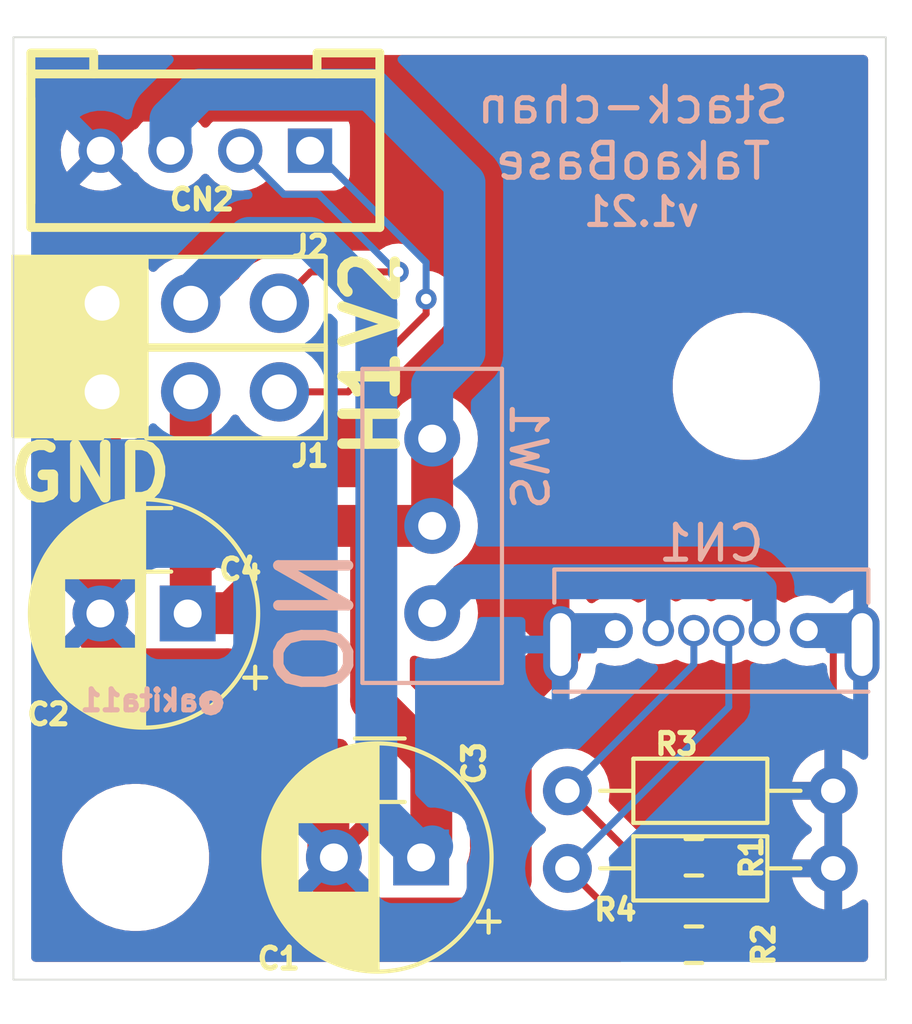
<source format=kicad_pcb>
(kicad_pcb (version 20211014) (generator pcbnew)
  (layers (0 "F.Cu" signal) (31 "B.Cu" signal) (34 "B.Paste" user) (35 "F.Paste" user) (36 "B.SilkS" user "B.Silkscreen") (37 "F.SilkS" user "F.Silkscreen") (38 "B.Mask" user) (39 "F.Mask" user) (44 "Edge.Cuts" user))
  (net 0 "")
  (net 1 "+5V")
  (net 2 "GND")
  (net 3 "/SV1")
  (net 4 "/SV2")
  (net 5 "Net-(CN1-PadA5)")
  (net 6 "Net-(CN1-PadA9)")
  (net 7 "Net-(CN1-PadB5)")
  (footprint "akita:CON_GROVE_V" (layer "F.Cu") (at 5.5 3.25 180)
    (fp_text reference "CN2" (at -0.9 -1.75 180) (layer "F.SilkS") (effects (font (size 0.6 0.6)) (justify right bottom)))
    (fp_text value "CON_GROVE")
    (fp_line (start -5 -2.2) (end 5 -2.2) (layer "F.SilkS") (width 0.254))
    (fp_line (start 3.2 2.8) (end 5 2.8) (layer "F.SilkS") (width 0.254))
    (fp_line (start -3.2 2.2) (end 3.2 2.2) (layer "F.SilkS") (width 0.254))
    (fp_line (start 3.2 2.2) (end 3.2 2.8) (layer "F.SilkS") (width 0.254))
    (fp_line (start -5 2.2) (end -5 2.8) (layer "F.SilkS") (width 0.254))
    (fp_line (start -3.2 2.8) (end -3.2 2.2) (layer "F.SilkS") (width 0.254))
    (fp_line (start 5 -1.5) (end 5 1.5) (layer "F.SilkS") (width 0.254))
    (fp_line (start -5 -2.2) (end -5 2.2) (layer "F.SilkS") (width 0.254))
    (fp_line (start -5 2.8) (end -3.2 2.8) (layer "F.SilkS") (width 0.254))
    (fp_line (start 5 2.8) (end 5 2.2) (layer "F.SilkS") (width 0.254))
    (fp_line (start -5 2.2) (end -3.2 2.2) (layer "F.SilkS") (width 0.254))
    (fp_line (start 5 2.2) (end 5 -2.2) (layer "F.SilkS") (width 0.254))
    (fp_line (start -5 -1) (end -5 1) (layer "F.SilkS") (width 0.127))
    (fp_line (start 3.2 2.2) (end 5 2.2) (layer "F.SilkS") (width 0.254))
    (pad "1" thru_hole rect locked (at -3 0 180) (size 1.27 1.27) (drill 0.8) (layers *.Cu *.Mask) (net 3 "/SV1"))
    (pad "2" thru_hole circle locked (at -1 0 180) (size 1.27 1.27) (drill 0.8) (layers *.Cu *.Mask) (net 4 "/SV2"))
    (pad "3" thru_hole circle locked (at 1 0 180) (size 1.27 1.27) (drill 0.8) (layers *.Cu *.Mask) (net 1 "+5V"))
    (pad "4" thru_hole circle locked (at 3 0 180) (size 1.27 1.27) (drill 0.8) (layers *.Cu *.Mask) (net 2 "GND"))
  )
  (footprint "Capacitor_SMD:C_1206_3216Metric" (layer "F.Cu") (at 10.5 21 180)
    (fp_text reference "C3" (at -2.7 0.2 90) (layer "F.SilkS") (effects (font (size 0.6 0.6))))
    (fp_text value "100u")
    (fp_line (start -0.711252 -0.91) (end 0.711252 -0.91) (layer "F.SilkS") (width 0.12))
    (fp_line (start -0.711252 0.91) (end 0.711252 0.91) (layer "F.SilkS") (width 0.12))
    (pad "1" smd roundrect locked (at -1.475 0 180) (size 1.15 1.8) (layers "F.Cu" "F.Paste" "F.Mask") (roundrect_rratio 0.2173913043) (net 1 "+5V"))
    (pad "2" smd roundrect locked (at 1.475 0 180) (size 1.15 1.8) (layers "F.Cu" "F.Paste" "F.Mask") (roundrect_rratio 0.2173913043) (net 2 "GND"))
  )
  (footprint "Connector_PinHeader_2.54mm:PinHeader_1x03_P2.54mm_Vertical" (layer "F.Cu") (at 2.54 10.16 90)
    (fp_text reference "J1" (at -1.84 5.96) (layer "F.SilkS") (effects (font (size 0.6 0.6))))
    (fp_text value "Conn_01x03")
    (fp_line (start 1.33 1.27) (end 1.33 6.41) (layer "F.SilkS") (width 0.12))
    (fp_line (start -1.33 -1.33) (end 0 -1.33) (layer "F.SilkS") (width 0.12))
    (fp_line (start -1.33 1.27) (end 1.33 1.27) (layer "F.SilkS") (width 0.12))
    (fp_line (start -1.33 6.41) (end 1.33 6.41) (layer "F.SilkS") (width 0.12))
    (fp_line (start -1.33 0) (end -1.33 -1.33) (layer "F.SilkS") (width 0.12))
    (fp_line (start -1.33 1.27) (end -1.33 6.41) (layer "F.SilkS") (width 0.12))
    (pad "1" thru_hole rect locked (at 0 0 90) (size 1.7 1.7) (drill 1) (layers *.Cu *.Mask) (net 2 "GND"))
    (pad "2" thru_hole oval locked (at 0 2.54 90) (size 1.7 1.7) (drill 1) (layers *.Cu *.Mask) (net 1 "+5V"))
    (pad "3" thru_hole oval locked (at 0 5.08 90) (size 1.7 1.7) (drill 1) (layers *.Cu *.Mask) (net 3 "/SV1"))
  )
  (footprint "Resistor_SMD:R_0603_1608Metric" (layer "F.Cu") (at 19.5 26)
    (fp_text reference "R2" (at 2 0 90) (layer "F.SilkS") (effects (font (size 0.6 0.6))))
    (fp_text value "5.1k")
    (fp_line (start -0.237258 -0.5225) (end 0.237258 -0.5225) (layer "F.SilkS") (width 0.12))
    (fp_line (start -0.237258 0.5225) (end 0.237258 0.5225) (layer "F.SilkS") (width 0.12))
    (pad "1" smd roundrect locked (at -0.825 0) (size 0.8 0.95) (layers "F.Cu" "F.Paste" "F.Mask") (net 5 "Net-(CN1-PadA5)"))
    (pad "2" smd roundrect locked (at 0.825 0) (size 0.8 0.95) (layers "F.Cu" "F.Paste" "F.Mask") (net 2 "GND"))
  )
  (footprint "Capacitor_THT:CP_Radial_D6.3mm_P2.50mm" (layer "F.Cu") (at 4.99238 16.51 180)
    (fp_text reference "C2" (at 3.99238 -2.89 180) (layer "F.SilkS") (effects (font (size 0.6 0.6))))
    (fp_text value "100u")
    (fp_line (start 3.211 1.04) (end 3.211 2.578) (layer "F.SilkS") (width 0.12))
    (fp_line (start 2.851 1.04) (end 2.851 2.812) (layer "F.SilkS") (width 0.12))
    (fp_line (start 4.251 -1.262) (end 4.251 1.262) (layer "F.SilkS") (width 0.12))
    (fp_line (start 3.131 1.04) (end 3.131 2.636) (layer "F.SilkS") (width 0.12))
    (fp_line (start 1.25 -3.23) (end 1.25 3.23) (layer "F.SilkS") (width 0.12))
    (fp_line (start 3.691 -2.137) (end 3.691 2.137) (layer "F.SilkS") (width 0.12))
    (fp_line (start 2.371 1.04) (end 2.371 3.033) (layer "F.SilkS") (width 0.12))
    (fp_line (start 2.731 1.04) (end 2.731 2.876) (layer "F.SilkS") (width 0.12))
    (fp_line (start 3.771 -2.044) (end 3.771 2.044) (layer "F.SilkS") (width 0.12))
    (fp_line (start 2.491 1.04) (end 2.491 2.986) (layer "F.SilkS") (width 0.12))
    (fp_line (start 2.371 -3.033) (end 2.371 -1.04) (layer "F.SilkS") (width 0.12))
    (fp_line (start 3.811 -1.995) (end 3.811 1.995) (layer "F.SilkS") (width 0.12))
    (fp_line (start 3.731 -2.092) (end 3.731 2.092) (layer "F.SilkS") (width 0.12))
    (fp_line (start 2.171 -3.098) (end 2.171 -1.04) (layer "F.SilkS") (width 0.12))
    (fp_line (start 1.29 -3.23) (end 1.29 3.23) (layer "F.SilkS") (width 0.12))
    (fp_line (start 1.45 -3.224) (end 1.45 3.224) (layer "F.SilkS") (width 0.12))
    (fp_line (start 1.65 1.04) (end 1.65 3.206) (layer "F.SilkS") (width 0.12))
    (fp_line (start 2.931 1.04) (end 2.931 2.766) (layer "F.SilkS") (width 0.12))
    (fp_line (start 2.691 -2.896) (end 2.691 -1.04) (layer "F.SilkS") (width 0.12))
    (fp_line (start 3.371 1.04) (end 3.371 2.45) (layer "F.SilkS") (width 0.12))
    (fp_line (start 2.611 1.04) (end 2.611 2.934) (layer "F.SilkS") (width 0.12))
    (fp_line (start 2.331 -3.047) (end 2.331 -1.04) (layer "F.SilkS") (width 0.12))
    (fp_line (start 1.57 1.04) (end 1.57 3.215) (layer "F.SilkS") (width 0.12))
    (fp_line (start 2.651 -2.916) (end 2.651 -1.04) (layer "F.SilkS") (width 0.12))
    (fp_line (start 2.131 -3.11) (end 2.131 -1.04) (layer "F.SilkS") (width 0.12))
    (fp_line (start 2.451 -3.002) (end 2.451 -1.04) (layer "F.SilkS") (width 0.12))
    (fp_line (start 3.211 -2.578) (end 3.211 -1.04) (layer "F.SilkS") (width 0.12))
    (fp_line (start 4.211 -1.35) (end 4.211 1.35) (layer "F.SilkS") (width 0.12))
    (fp_line (start 2.291 -3.061) (end 2.291 -1.04) (layer "F.SilkS") (width 0.12))
    (fp_line (start 2.331 1.04) (end 2.331 3.047) (layer "F.SilkS") (width 0.12))
    (fp_line (start 4.051 -1.65) (end 4.051 1.65) (layer "F.SilkS") (width 0.12))
    (fp_line (start 1.69 -3.201) (end 1.69 -1.04) (layer "F.SilkS") (width 0.12))
    (fp_line (start 3.651 -2.182) (end 3.651 2.182) (layer "F.SilkS") (width 0.12))
    (fp_line (start 3.131 -2.636) (end 3.131 -1.04) (layer "F.SilkS") (width 0.12))
    (fp_line (start 1.53 -3.218) (end 1.53 -1.04) (layer "F.SilkS") (width 0.12))
    (fp_line (start 1.93 1.04) (end 1.93 3.159) (layer "F.SilkS") (width 0.12))
    (fp_line (start 3.011 1.04) (end 3.011 2.716) (layer "F.SilkS") (width 0.12))
    (fp_line (start 2.091 -3.121) (end 2.091 -1.04) (layer "F.SilkS") (width 0.12))
    (fp_line (start 2.571 -2.952) (end 2.571 -1.04) (layer "F.SilkS") (width 0.12))
    (fp_line (start 2.971 -2.742) (end 2.971 -1.04) (layer "F.SilkS") (width 0.12))
    (fp_line (start 3.251 1.04) (end 3.251 2.548) (layer "F.SilkS") (width 0.12))
    (fp_line (start 4.411 -0.802) (end 4.411 0.802) (layer "F.SilkS") (width 0.12))
    (fp_line (start 2.731 -2.876) (end 2.731 -1.04) (layer "F.SilkS") (width 0.12))
    (fp_line (start 3.611 -2.224) (end 3.611 2.224) (layer "F.SilkS") (width 0.12))
    (fp_line (start 3.451 1.04) (end 3.451 2.38) (layer "F.SilkS") (width 0.12))
    (fp_line (start 1.73 1.04) (end 1.73 3.195) (layer "F.SilkS") (width 0.12))
    (fp_line (start 4.291 -1.165) (end 4.291 1.165) (layer "F.SilkS") (width 0.12))
    (fp_line (start 1.89 1.04) (end 1.89 3.167) (layer "F.SilkS") (width 0.12))
    (fp_line (start 3.291 -2.516) (end 3.291 -1.04) (layer "F.SilkS") (width 0.12))
    (fp_line (start 2.411 1.04) (end 2.411 3.018) (layer "F.SilkS") (width 0.12))
    (fp_line (start 1.77 -3.189) (end 1.77 -1.04) (layer "F.SilkS") (width 0.12))
    (fp_line (start 1.85 1.04) (end 1.85 3.175) (layer "F.SilkS") (width 0.12))
    (fp_line (start 3.051 1.04) (end 3.051 2.69) (layer "F.SilkS") (width 0.12))
    (fp_line (start 1.61 -3.211) (end 1.61 -1.04) (layer "F.SilkS") (width 0.12))
    (fp_line (start 3.491 1.04) (end 3.491 2.343) (layer "F.SilkS") (width 0.12))
    (fp_line (start 1.81 1.04) (end 1.81 3.182) (layer "F.SilkS") (width 0.12))
    (fp_line (start 3.571 -2.265) (end 3.571 2.265) (layer "F.SilkS") (width 0.12))
    (fp_line (start 3.531 -2.305) (end 3.531 -1.04) (layer "F.SilkS") (width 0.12))
    (fp_line (start 4.451 -0.633) (end 4.451 0.633) (layer "F.SilkS") (width 0.12))
    (fp_line (start 2.251 -3.074) (end 2.251 -1.04) (layer "F.SilkS") (width 0.12))
    (fp_line (start 3.971 -1.776) (end 3.971 1.776) (layer "F.SilkS") (width 0.12))
    (fp_line (start -2.250241 -1.839) (end -1.620241 -1.839) (layer "F.SilkS") (width 0.12))
    (fp_line (start 2.251 1.04) (end 2.251 3.074) (layer "F.SilkS") (width 0.12))
    (fp_line (start 1.73 -3.195) (end 1.73 -1.04) (layer "F.SilkS") (width 0.12))
    (fp_line (start 3.531 1.04) (end 3.531 2.305) (layer "F.SilkS") (width 0.12))
    (fp_line (start 3.171 1.04) (end 3.171 2.607) (layer "F.SilkS") (width 0.12))
    (fp_line (start 4.371 -0.94) (end 4.371 0.94) (layer "F.SilkS") (width 0.12))
    (fp_line (start 3.371 -2.45) (end 3.371 -1.04) (layer "F.SilkS") (width 0.12))
    (fp_line (start 1.69 1.04) (end 1.69 3.201) (layer "F.SilkS") (width 0.12))
    (fp_line (start 2.531 1.04) (end 2.531 2.97) (layer "F.SilkS") (width 0.12))
    (fp_line (start 2.891 1.04) (end 2.891 2.79) (layer "F.SilkS") (width 0.12))
    (fp_line (start 1.971 -3.15) (end 1.971 -1.04) (layer "F.SilkS") (width 0.12))
    (fp_line (start 2.211 1.04) (end 2.211 3.086) (layer "F.SilkS") (width 0.12))
    (fp_line (start 2.531 -2.97) (end 2.531 -1.04) (layer "F.SilkS") (width 0.12))
    (fp_line (start 4.331 -1.059) (end 4.331 1.059) (layer "F.SilkS") (width 0.12))
    (fp_line (start 4.091 -1.581) (end 4.091 1.581) (layer "F.SilkS") (width 0.12))
    (fp_line (start 2.171 1.04) (end 2.171 3.098) (layer "F.SilkS") (width 0.12))
    (fp_line (start 3.051 -2.69) (end 3.051 -1.04) (layer "F.SilkS") (width 0.12))
    (fp_line (start 4.011 -1.714) (end 4.011 1.714) (layer "F.SilkS") (width 0.12))
    (fp_line (start 2.971 1.04) (end 2.971 2.742) (layer "F.SilkS") (width 0.12))
    (fp_line (start 3.931 -1.834) (end 3.931 1.834) (layer "F.SilkS") (width 0.12))
    (fp_line (start 2.211 -3.086) (end 2.211 -1.04) (layer "F.SilkS") (width 0.12))
    (fp_line (start -1.935241 -2.154) (end -1.935241 -1.524) (layer "F.SilkS") (width 0.12))
    (fp_line (start 1.49 -3.222) (end 1.49 -1.04) (layer "F.SilkS") (width 0.12))
    (fp_line (start 1.41 -3.227) (end 1.41 3.227) (layer "F.SilkS") (width 0.12))
    (fp_line (start 1.89 -3.167) (end 1.89 -1.04) (layer "F.SilkS") (width 0.12))
    (fp_line (start 3.331 -2.484) (end 3.331 -1.04) (layer "F.SilkS") (width 0.12))
    (fp_line (start 3.451 -2.38) (end 3.451 -1.04) (layer "F.SilkS") (width 0.12))
    (fp_line (start 2.411 -3.018) (end 2.411 -1.04) (layer "F.SilkS") (width 0.12))
    (fp_line (start 4.131 -1.509) (end 4.131 1.509) (layer "F.SilkS") (width 0.12))
    (fp_line (start 3.251 -2.548) (end 3.251 -1.04) (layer "F.SilkS") (width 0.12))
    (fp_line (start 3.091 1.04) (end 3.091 2.664) (layer "F.SilkS") (width 0.12))
    (fp_line (start 2.131 1.04) (end 2.131 3.11) (layer "F.SilkS") (width 0.12))
    (fp_line (start 1.61 1.04) (end 1.61 3.211) (layer "F.SilkS") (width 0.12))
    (fp_line (start 3.011 -2.716) (end 3.011 -1.04) (layer "F.SilkS") (width 0.12))
    (fp_line (start 4.171 -1.432) (end 4.171 1.432) (layer "F.SilkS") (width 0.12))
    (fp_line (start 1.49 1.04) (end 1.49 3.222) (layer "F.SilkS") (width 0.12))
    (fp_line (start 1.37 -3.228) (end 1.37 3.228) (layer "F.SilkS") (width 0.12))
    (fp_line (start 3.411 1.04) (end 3.411 2.416) (layer "F.SilkS") (width 0.12))
    (fp_line (start 3.091 -2.664) (end 3.091 -1.04) (layer "F.SilkS") (width 0.12))
    (fp_line (start 4.491 -0.402) (end 4.491 0.402) (layer "F.SilkS") (width 0.12))
    (fp_line (start 2.011 -3.141) (end 2.011 -1.04) (layer "F.SilkS") (width 0.12))
    (fp_line (start 1.65 -3.206) (end 1.65 -1.04) (layer "F.SilkS") (width 0.12))
    (fp_line (start 2.051 -3.131) (end 2.051 -1.04) (layer "F.SilkS") (width 0.12))
    (fp_line (start 3.891 -1.89) (end 3.891 1.89) (layer "F.SilkS") (width 0.12))
    (fp_line (start 1.57 -3.215) (end 1.57 -1.04) (layer "F.SilkS") (width 0.12))
    (fp_line (start 1.81 -3.182) (end 1.81 -1.04) (layer "F.SilkS") (width 0.12))
    (fp_line (start 3.411 -2.416) (end 3.411 -1.04) (layer "F.SilkS") (width 0.12))
    (fp_line (start 2.451 1.04) (end 2.451 3.002) (layer "F.SilkS") (width 0.12))
    (fp_line (start 2.891 -2.79) (end 2.891 -1.04) (layer "F.SilkS") (width 0.12))
    (fp_line (start 2.011 1.04) (end 2.011 3.141) (layer "F.SilkS") (width 0.12))
    (fp_line (start 2.811 1.04) (end 2.811 2.834) (layer "F.SilkS") (width 0.12))
    (fp_line (start 2.571 1.04) (end 2.571 2.952) (layer "F.SilkS") (width 0.12))
    (fp_line (start 1.77 1.04) (end 1.77 3.189) (layer "F.SilkS") (width 0.12))
    (fp_line (start 1.85 -3.175) (end 1.85 -1.04) (layer "F.SilkS") (width 0.12))
    (fp_line (start 1.93 -3.159) (end 1.93 -1.04) (layer "F.SilkS") (width 0.12))
    (fp_line (start 2.691 1.04) (end 2.691 2.896) (layer "F.SilkS") (width 0.12))
    (fp_line (start 2.811 -2.834) (end 2.811 -1.04) (layer "F.SilkS") (width 0.12))
    (fp_line (start 3.851 -1.944) (end 3.851 1.944) (layer "F.SilkS") (width 0.12))
    (fp_line (start 2.051 1.04) (end 2.051 3.131) (layer "F.SilkS") (width 0.12))
    (fp_line (start 2.291 1.04) (end 2.291 3.061) (layer "F.SilkS") (width 0.12))
    (fp_line (start 1.53 1.04) (end 1.53 3.218) (layer "F.SilkS") (width 0.12))
    (fp_line (start 1.33 -3.23) (end 1.33 3.23) (layer "F.SilkS") (width 0.12))
    (fp_line (start 2.091 1.04) (end 2.091 3.121) (layer "F.SilkS") (width 0.12))
    (fp_line (start 2.851 -2.812) (end 2.851 -1.04) (layer "F.SilkS") (width 0.12))
    (fp_line (start 2.491 -2.986) (end 2.491 -1.04) (layer "F.SilkS") (width 0.12))
    (fp_line (start 3.291 1.04) (end 3.291 2.516) (layer "F.SilkS") (width 0.12))
    (fp_line (start 2.611 -2.934) (end 2.611 -1.04) (layer "F.SilkS") (width 0.12))
    (fp_line (start 2.771 1.04) (end 2.771 2.856) (layer "F.SilkS") (width 0.12))
    (fp_line (start 2.651 1.04) (end 2.651 2.916) (layer "F.SilkS") (width 0.12))
    (fp_line (start 2.771 -2.856) (end 2.771 -1.04) (layer "F.SilkS") (width 0.12))
    (fp_line (start 2.931 -2.766) (end 2.931 -1.04) (layer "F.SilkS") (width 0.12))
    (fp_line (start 3.331 1.04) (end 3.331 2.484) (layer "F.SilkS") (width 0.12))
    (fp_line (start 3.171 -2.607) (end 3.171 -1.04) (layer "F.SilkS") (width 0.12))
    (fp_line (start 3.491 -2.343) (end 3.491 -1.04) (layer "F.SilkS") (width 0.12))
    (fp_line (start 1.971 1.04) (end 1.971 3.15) (layer "F.SilkS") (width 0.12))
    (fp_circle (center 1.25 0) (end 4.52 0) (layer "F.SilkS") (width 0.12) (fill none))
    (pad "1" thru_hole rect locked (at 0 0 180) (size 1.6 1.6) (drill 0.8) (layers *.Cu *.Mask) (net 1 "+5V"))
    (pad "2" thru_hole circle locked (at 2.5 0 180) (size 1.6 1.6) (drill 0.8) (layers *.Cu *.Mask) (net 2 "GND"))
  )
  (footprint "MountingHole:MountingHole_3.2mm_M3" (layer "F.Cu") (at 21 10)
    (fp_text reference "REF**" hide)
    (fp_text value "MountingHole_3.2mm_M3" hide)
    (pad "" np_thru_hole circle locked (at 0 0) (size 3.2 3.2) (drill 3.2) (layers *.Cu *.Mask))
  )
  (footprint "Resistor_THT:R_Axial_DIN0204_L3.6mm_D1.6mm_P7.62mm_Horizontal" (layer "F.Cu") (at 15.875 21.59)
    (fp_text reference "R3" (at 3.125 -1.34) (layer "F.SilkS") (effects (font (size 0.6 0.6))))
    (fp_text value "5.1k")
    (fp_line (start 5.73 0.92) (end 5.73 -0.92) (layer "F.SilkS") (width 0.12))
    (fp_line (start 5.73 -0.92) (end 1.89 -0.92) (layer "F.SilkS") (width 0.12))
    (fp_line (start 0.94 0) (end 1.89 0) (layer "F.SilkS") (width 0.12))
    (fp_line (start 6.68 0) (end 5.73 0) (layer "F.SilkS") (width 0.12))
    (fp_line (start 1.89 -0.92) (end 1.89 0.92) (layer "F.SilkS") (width 0.12))
    (fp_line (start 1.89 0.92) (end 5.73 0.92) (layer "F.SilkS") (width 0.12))
    (pad "1" thru_hole circle locked (at 0 0) (size 1.4 1.4) (drill 0.7) (layers *.Cu *.Mask) (net 7 "Net-(CN1-PadB5)"))
    (pad "2" thru_hole oval locked (at 7.62 0) (size 1.4 1.4) (drill 0.7) (layers *.Cu *.Mask) (net 2 "GND"))
  )
  (footprint "MountingHole:MountingHole_3.2mm_M3" (layer "F.Cu") (at 3.5 23.5)
    (fp_text reference "REF**" hide)
    (fp_text value "MountingHole_3.2mm_M3" hide)
    (pad "" np_thru_hole circle locked (at 0 0) (size 3.2 3.2) (drill 3.2) (layers *.Cu *.Mask))
  )
  (footprint "Resistor_THT:R_Axial_DIN0204_L3.6mm_D1.6mm_P7.62mm_Horizontal" (layer "F.Cu") (at 15.875 23.8125)
    (fp_text reference "R4" (at 1.375 1.1875 180) (layer "F.SilkS") (effects (font (size 0.6 0.6))))
    (fp_text value "5.1k")
    (fp_line (start 5.73 0.92) (end 5.73 -0.92) (layer "F.SilkS") (width 0.12))
    (fp_line (start 0.94 0) (end 1.89 0) (layer "F.SilkS") (width 0.12))
    (fp_line (start 6.68 0) (end 5.73 0) (layer "F.SilkS") (width 0.12))
    (fp_line (start 1.89 -0.92) (end 1.89 0.92) (layer "F.SilkS") (width 0.12))
    (fp_line (start 1.89 0.92) (end 5.73 0.92) (layer "F.SilkS") (width 0.12))
    (fp_line (start 5.73 -0.92) (end 1.89 -0.92) (layer "F.SilkS") (width 0.12))
    (pad "1" thru_hole circle locked (at 0 0) (size 1.4 1.4) (drill 0.7) (layers *.Cu *.Mask) (net 5 "Net-(CN1-PadA5)"))
    (pad "2" thru_hole oval locked (at 7.62 0) (size 1.4 1.4) (drill 0.7) (layers *.Cu *.Mask) (net 2 "GND"))
  )
  (footprint "Capacitor_SMD:C_1206_3216Metric" (layer "F.Cu") (at 3.81 14.4 180)
    (fp_text reference "C4" (at -2.69 -0.85) (layer "F.SilkS") (effects (font (size 0.6 0.6))))
    (fp_text value "100u")
    (fp_line (start -0.711252 -0.91) (end 0.711252 -0.91) (layer "F.SilkS") (width 0.12))
    (fp_line (start -0.711252 0.91) (end 0.711252 0.91) (layer "F.SilkS") (width 0.12))
    (pad "1" smd roundrect locked (at -1.475 0 180) (size 1.15 1.8) (layers "F.Cu" "F.Paste" "F.Mask") (roundrect_rratio 0.2173913043) (net 1 "+5V"))
    (pad "2" smd roundrect locked (at 1.475 0 180) (size 1.15 1.8) (layers "F.Cu" "F.Paste" "F.Mask") (roundrect_rratio 0.2173913043) (net 2 "GND"))
  )
  (footprint "Capacitor_THT:CP_Radial_D6.3mm_P2.50mm" (layer "F.Cu") (at 11.68238 23.5 180)
    (fp_text reference "C1" (at 4.08238 -2.9) (layer "F.SilkS") (effects (font (size 0.6 0.6))))
    (fp_text value "100u")
    (fp_line (start 2.651 1.04) (end 2.651 2.916) (layer "F.SilkS") (width 0.12))
    (fp_line (start 1.69 -3.201) (end 1.69 -1.04) (layer "F.SilkS") (width 0.12))
    (fp_line (start 2.891 -2.79) (end 2.891 -1.04) (layer "F.SilkS") (width 0.12))
    (fp_line (start 1.61 1.04) (end 1.61 3.211) (layer "F.SilkS") (width 0.12))
    (fp_line (start 1.85 -3.175) (end 1.85 -1.04) (layer "F.SilkS") (width 0.12))
    (fp_line (start 3.091 -2.664) (end 3.091 -1.04) (layer "F.SilkS") (width 0.12))
    (fp_line (start 4.331 -1.059) (end 4.331 1.059) (layer "F.SilkS") (width 0.12))
    (fp_line (start 3.611 -2.224) (end 3.611 2.224) (layer "F.SilkS") (width 0.12))
    (fp_line (start 2.851 -2.812) (end 2.851 -1.04) (layer "F.SilkS") (width 0.12))
    (fp_line (start 2.691 1.04) (end 2.691 2.896) (layer "F.SilkS") (width 0.12))
    (fp_line (start 3.771 -2.044) (end 3.771 2.044) (layer "F.SilkS") (width 0.12))
    (fp_line (start 2.171 1.04) (end 2.171 3.098) (layer "F.SilkS") (width 0.12))
    (fp_line (start 3.371 -2.45) (end 3.371 -1.04) (layer "F.SilkS") (width 0.12))
    (fp_line (start 1.61 -3.211) (end 1.61 -1.04) (layer "F.SilkS") (width 0.12))
    (fp_line (start 2.091 -3.121) (end 2.091 -1.04) (layer "F.SilkS") (width 0.12))
    (fp_line (start 2.291 -3.061) (end 2.291 -1.04) (layer "F.SilkS") (width 0.12))
    (fp_line (start 3.091 1.04) (end 3.091 2.664) (layer "F.SilkS") (width 0.12))
    (fp_line (start 1.73 -3.195) (end 1.73 -1.04) (layer "F.SilkS") (width 0.12))
    (fp_line (start 3.251 -2.548) (end 3.251 -1.04) (layer "F.SilkS") (width 0.12))
    (fp_line (start 2.891 1.04) (end 2.891 2.79) (layer "F.SilkS") (width 0.12))
    (fp_line (start 2.491 1.04) (end 2.491 2.986) (layer "F.SilkS") (width 0.12))
    (fp_line (start 1.65 1.04) (end 1.65 3.206) (layer "F.SilkS") (width 0.12))
    (fp_line (start 1.77 1.04) (end 1.77 3.189) (layer "F.SilkS") (width 0.12))
    (fp_line (start 4.091 -1.581) (end 4.091 1.581) (layer "F.SilkS") (width 0.12))
    (fp_line (start 4.171 -1.432) (end 4.171 1.432) (layer "F.SilkS") (width 0.12))
    (fp_line (start 2.051 1.04) (end 2.051 3.131) (layer "F.SilkS") (width 0.12))
    (fp_line (start 2.411 1.04) (end 2.411 3.018) (layer "F.SilkS") (width 0.12))
    (fp_line (start 3.211 1.04) (end 3.211 2.578) (layer "F.SilkS") (width 0.12))
    (fp_line (start 4.411 -0.802) (end 4.411 0.802) (layer "F.SilkS") (width 0.12))
    (fp_line (start 1.93 -3.159) (end 1.93 -1.04) (layer "F.SilkS") (width 0.12))
    (fp_line (start 2.731 -2.876) (end 2.731 -1.04) (layer "F.SilkS") (width 0.12))
    (fp_line (start 3.531 1.04) (end 3.531 2.305) (layer "F.SilkS") (width 0.12))
    (fp_line (start 4.251 -1.262) (end 4.251 1.262) (layer "F.SilkS") (width 0.12))
    (fp_line (start 3.651 -2.182) (end 3.651 2.182) (layer "F.SilkS") (width 0.12))
    (fp_line (start 2.771 -2.856) (end 2.771 -1.04) (layer "F.SilkS") (width 0.12))
    (fp_line (start 4.131 -1.509) (end 4.131 1.509) (layer "F.SilkS") (width 0.12))
    (fp_line (start 2.091 1.04) (end 2.091 3.121) (layer "F.SilkS") (width 0.12))
    (fp_line (start 2.971 -2.742) (end 2.971 -1.04) (layer "F.SilkS") (width 0.12))
    (fp_line (start 3.411 1.04) (end 3.411 2.416) (layer "F.SilkS") (width 0.12))
    (fp_line (start 1.57 -3.215) (end 1.57 -1.04) (layer "F.SilkS") (width 0.12))
    (fp_line (start 2.491 -2.986) (end 2.491 -1.04) (layer "F.SilkS") (width 0.12))
    (fp_line (start 2.131 -3.11) (end 2.131 -1.04) (layer "F.SilkS") (width 0.12))
    (fp_line (start 2.971 1.04) (end 2.971 2.742) (layer "F.SilkS") (width 0.12))
    (fp_line (start 3.571 -2.265) (end 3.571 2.265) (layer "F.SilkS") (width 0.12))
    (fp_line (start 3.171 -2.607) (end 3.171 -1.04) (layer "F.SilkS") (width 0.12))
    (fp_line (start 2.171 -3.098) (end 2.171 -1.04) (layer "F.SilkS") (width 0.12))
    (fp_line (start 1.81 -3.182) (end 1.81 -1.04) (layer "F.SilkS") (width 0.12))
    (fp_line (start 3.971 -1.776) (end 3.971 1.776) (layer "F.SilkS") (width 0.12))
    (fp_line (start 2.691 -2.896) (end 2.691 -1.04) (layer "F.SilkS") (width 0.12))
    (fp_line (start 2.011 -3.141) (end 2.011 -1.04) (layer "F.SilkS") (width 0.12))
    (fp_line (start 2.931 -2.766) (end 2.931 -1.04) (layer "F.SilkS") (width 0.12))
    (fp_line (start 2.331 1.04) (end 2.331 3.047) (layer "F.SilkS") (width 0.12))
    (fp_line (start 1.65 -3.206) (end 1.65 -1.04) (layer "F.SilkS") (width 0.12))
    (fp_line (start 1.85 1.04) (end 1.85 3.175) (layer "F.SilkS") (width 0.12))
    (fp_line (start -2.250241 -1.839) (end -1.620241 -1.839) (layer "F.SilkS") (width 0.12))
    (fp_line (start 1.53 1.04) (end 1.53 3.218) (layer "F.SilkS") (width 0.12))
    (fp_line (start 3.731 -2.092) (end 3.731 2.092) (layer "F.SilkS") (width 0.12))
    (fp_line (start 3.331 -2.484) (end 3.331 -1.04) (layer "F.SilkS") (width 0.12))
    (fp_line (start 3.291 1.04) (end 3.291 2.516) (layer "F.SilkS") (width 0.12))
    (fp_line (start -1.935241 -2.154) (end -1.935241 -1.524) (layer "F.SilkS") (width 0.12))
    (fp_line (start 3.011 1.04) (end 3.011 2.716) (layer "F.SilkS") (width 0.12))
    (fp_line (start 3.171 1.04) (end 3.171 2.607) (layer "F.SilkS") (width 0.12))
    (fp_line (start 2.651 -2.916) (end 2.651 -1.04) (layer "F.SilkS") (width 0.12))
    (fp_line (start 3.211 -2.578) (end 3.211 -1.04) (layer "F.SilkS") (width 0.12))
    (fp_line (start 3.331 1.04) (end 3.331 2.484) (layer "F.SilkS") (width 0.12))
    (fp_line (start 2.051 -3.131) (end 2.051 -1.04) (layer "F.SilkS") (width 0.12))
    (fp_line (start 1.33 -3.23) (end 1.33 3.23) (layer "F.SilkS") (width 0.12))
    (fp_line (start 3.691 -2.137) (end 3.691 2.137) (layer "F.SilkS") (width 0.12))
    (fp_line (start 2.371 -3.033) (end 2.371 -1.04) (layer "F.SilkS") (width 0.12))
    (fp_line (start 1.53 -3.218) (end 1.53 -1.04) (layer "F.SilkS") (width 0.12))
    (fp_line (start 4.451 -0.633) (end 4.451 0.633) (layer "F.SilkS") (width 0.12))
    (fp_line (start 2.571 1.04) (end 2.571 2.952) (layer "F.SilkS") (width 0.12))
    (fp_line (start 2.531 -2.97) (end 2.531 -1.04) (layer "F.SilkS") (width 0.12))
    (fp_line (start 2.811 -2.834) (end 2.811 -1.04) (layer "F.SilkS") (width 0.12))
    (fp_line (start 3.931 -1.834) (end 3.931 1.834) (layer "F.SilkS") (width 0.12))
    (fp_line (start 4.051 -1.65) (end 4.051 1.65) (layer "F.SilkS") (width 0.12))
    (fp_line (start 2.371 1.04) (end 2.371 3.033) (layer "F.SilkS") (width 0.12))
    (fp_line (start 3.451 -2.38) (end 3.451 -1.04) (layer "F.SilkS") (width 0.12))
    (fp_line (start 1.49 1.04) (end 1.49 3.222) (layer "F.SilkS") (width 0.12))
    (fp_line (start 3.531 -2.305) (end 3.531 -1.04) (layer "F.SilkS") (width 0.12))
    (fp_line (start 3.131 1.04) (end 3.131 2.636) (layer "F.SilkS") (width 0.12))
    (fp_line (start 3.131 -2.636) (end 3.131 -1.04) (layer "F.SilkS") (width 0.12))
    (fp_line (start 3.051 -2.69) (end 3.051 -1.04) (layer "F.SilkS") (width 0.12))
    (fp_line (start 2.571 -2.952) (end 2.571 -1.04) (layer "F.SilkS") (width 0.12))
    (fp_line (start 1.971 1.04) (end 1.971 3.15) (layer "F.SilkS") (width 0.12))
    (fp_line (start 3.891 -1.89) (end 3.891 1.89) (layer "F.SilkS") (width 0.12))
    (fp_line (start 1.41 -3.227) (end 1.41 3.227) (layer "F.SilkS") (width 0.12))
    (fp_line (start 2.771 1.04) (end 2.771 2.856) (layer "F.SilkS") (width 0.12))
    (fp_line (start 3.491 -2.343) (end 3.491 -1.04) (layer "F.SilkS") (width 0.12))
    (fp_line (start 1.89 -3.167) (end 1.89 -1.04) (layer "F.SilkS") (width 0.12))
    (fp_line (start 2.291 1.04) (end 2.291 3.061) (layer "F.SilkS") (width 0.12))
    (fp_line (start 1.93 1.04) (end 1.93 3.159) (layer "F.SilkS") (width 0.12))
    (fp_line (start 1.89 1.04) (end 1.89 3.167) (layer "F.SilkS") (width 0.12))
    (fp_line (start 2.331 -3.047) (end 2.331 -1.04) (layer "F.SilkS") (width 0.12))
    (fp_line (start 2.251 -3.074) (end 2.251 -1.04) (layer "F.SilkS") (width 0.12))
    (fp_line (start 1.37 -3.228) (end 1.37 3.228) (layer "F.SilkS") (width 0.12))
    (fp_line (start 2.131 1.04) (end 2.131 3.11) (layer "F.SilkS") (width 0.12))
    (fp_line (start 4.011 -1.714) (end 4.011 1.714) (layer "F.SilkS") (width 0.12))
    (fp_line (start 1.81 1.04) (end 1.81 3.182) (layer "F.SilkS") (width 0.12))
    (fp_line (start 1.49 -3.222) (end 1.49 -1.04) (layer "F.SilkS") (width 0.12))
    (fp_line (start 1.971 -3.15) (end 1.971 -1.04) (layer "F.SilkS") (width 0.12))
    (fp_line (start 2.931 1.04) (end 2.931 2.766) (layer "F.SilkS") (width 0.12))
    (fp_line (start 3.811 -1.995) (end 3.811 1.995) (layer "F.SilkS") (width 0.12))
    (fp_line (start 1.45 -3.224) (end 1.45 3.224) (layer "F.SilkS") (width 0.12))
    (fp_line (start 2.451 1.04) (end 2.451 3.002) (layer "F.SilkS") (width 0.12))
    (fp_line (start 2.251 1.04) (end 2.251 3.074) (layer "F.SilkS") (width 0.12))
    (fp_line (start 3.371 1.04) (end 3.371 2.45) (layer "F.SilkS") (width 0.12))
    (fp_line (start 3.411 -2.416) (end 3.411 -1.04) (layer "F.SilkS") (width 0.12))
    (fp_line (start 3.051 1.04) (end 3.051 2.69) (layer "F.SilkS") (width 0.12))
    (fp_line (start 4.371 -0.94) (end 4.371 0.94) (layer "F.SilkS") (width 0.12))
    (fp_line (start 1.25 -3.23) (end 1.25 3.23) (layer "F.SilkS") (width 0.12))
    (fp_line (start 1.29 -3.23) (end 1.29 3.23) (layer "F.SilkS") (width 0.12))
    (fp_line (start 1.77 -3.189) (end 1.77 -1.04) (layer "F.SilkS") (width 0.12))
    (fp_line (start 1.73 1.04) (end 1.73 3.195) (layer "F.SilkS") (width 0.12))
    (fp_line (start 4.211 -1.35) (end 4.211 1.35) (layer "F.SilkS") (width 0.12))
    (fp_line (start 2.611 1.04) (end 2.611 2.934) (layer "F.SilkS") (width 0.12))
    (fp_line (start 2.011 1.04) (end 2.011 3.141) (layer "F.SilkS") (width 0.12))
    (fp_line (start 2.851 1.04) (end 2.851 2.812) (layer "F.SilkS") (width 0.12))
    (fp_line (start 4.291 -1.165) (end 4.291 1.165) (layer "F.SilkS") (width 0.12))
    (fp_line (start 2.611 -2.934) (end 2.611 -1.04) (layer "F.SilkS") (width 0.12))
    (fp_line (start 1.57 1.04) (end 1.57 3.215) (layer "F.SilkS") (width 0.12))
    (fp_line (start 2.211 -3.086) (end 2.211 -1.04) (layer "F.SilkS") (width 0.12))
    (fp_line (start 2.531 1.04) (end 2.531 2.97) (layer "F.SilkS") (width 0.12))
    (fp_line (start 2.411 -3.018) (end 2.411 -1.04) (layer "F.SilkS") (width 0.12))
    (fp_line (start 3.291 -2.516) (end 3.291 -1.04) (layer "F.SilkS") (width 0.12))
    (fp_line (start 2.451 -3.002) (end 2.451 -1.04) (layer "F.SilkS") (width 0.12))
    (fp_line (start 1.69 1.04) (end 1.69 3.201) (layer "F.SilkS") (width 0.12))
    (fp_line (start 3.251 1.04) (end 3.251 2.548) (layer "F.SilkS") (width 0.12))
    (fp_line (start 3.491 1.04) (end 3.491 2.343) (layer "F.SilkS") (width 0.12))
    (fp_line (start 2.731 1.04) (end 2.731 2.876) (layer "F.SilkS") (width 0.12))
    (fp_line (start 3.451 1.04) (end 3.451 2.38) (layer "F.SilkS") (width 0.12))
    (fp_line (start 3.851 -1.944) (end 3.851 1.944) (layer "F.SilkS") (width 0.12))
    (fp_line (start 2.811 1.04) (end 2.811 2.834) (layer "F.SilkS") (width 0.12))
    (fp_line (start 2.211 1.04) (end 2.211 3.086) (layer "F.SilkS") (width 0.12))
    (fp_line (start 3.011 -2.716) (end 3.011 -1.04) (layer "F.SilkS") (width 0.12))
    (fp_line (start 4.491 -0.402) (end 4.491 0.402) (layer "F.SilkS") (width 0.12))
    (fp_circle (center 1.25 0) (end 4.52 0) (layer "F.SilkS") (width 0.12) (fill none))
    (pad "1" thru_hole rect locked (at 0 0 180) (size 1.6 1.6) (drill 0.8) (layers *.Cu *.Mask) (net 1 "+5V"))
    (pad "2" thru_hole circle locked (at 2.5 0 180) (size 1.6 1.6) (drill 0.8) (layers *.Cu *.Mask) (net 2 "GND"))
  )
  (footprint "Resistor_SMD:R_0603_1608Metric" (layer "F.Cu") (at 19.5 23.495)
    (fp_text reference "R1" (at 1.65 0.005 90) (layer "F.SilkS") (effects (font (size 0.6 0.6))))
    (fp_text value "5.1k")
    (fp_line (start -0.237258 -0.5225) (end 0.237258 -0.5225) (layer "F.SilkS") (width 0.12))
    (fp_line (start -0.237258 0.5225) (end 0.237258 0.5225) (layer "F.SilkS") (width 0.12))
    (pad "1" smd roundrect locked (at -0.825 0) (size 0.8 0.95) (layers "F.Cu" "F.Paste" "F.Mask") (net 7 "Net-(CN1-PadB5)"))
    (pad "2" smd roundrect locked (at 0.825 0) (size 0.8 0.95) (layers "F.Cu" "F.Paste" "F.Mask") (net 2 "GND"))
  )
  (footprint "Connector_PinHeader_2.54mm:PinHeader_1x03_P2.54mm_Vertical" (layer "F.Cu") (at 2.54 7.62 90)
    (fp_text reference "J2" (at 1.62 5.96 180) (layer "F.SilkS") (effects (font (size 0.6 0.6))))
    (fp_text value "Conn_01x03")
    (fp_line (start -1.33 1.27) (end -1.33 6.41) (layer "F.SilkS") (width 0.12))
    (fp_line (start -1.33 6.41) (end 1.33 6.41) (layer "F.SilkS") (width 0.12))
    (fp_line (start -1.33 1.27) (end 1.33 1.27) (layer "F.SilkS") (width 0.12))
    (fp_line (start -1.33 0) (end -1.33 -1.33) (layer "F.SilkS") (width 0.12))
    (fp_line (start 1.33 1.27) (end 1.33 6.41) (layer "F.SilkS") (width 0.12))
    (fp_line (start -1.33 -1.33) (end 0 -1.33) (layer "F.SilkS") (width 0.12))
    (pad "1" thru_hole rect locked (at 0 0 90) (size 1.7 1.7) (drill 1) (layers *.Cu *.Mask) (net 2 "GND"))
    (pad "2" thru_hole oval locked (at 0 2.54 90) (size 1.7 1.7) (drill 1) (layers *.Cu *.Mask) (net 1 "+5V"))
    (pad "3" thru_hole oval locked (at 0 5.08 90) (size 1.7 1.7) (drill 1) (layers *.Cu *.Mask) (net 4 "/SV2"))
  )
  (footprint "akita:SW_SPDT_9x4mm_W2.5mm" (layer "B.Cu") (at 12 14 90)
    (fp_text reference "SW1" (at 2 2.75 270 unlocked) (layer "B.SilkS") (effects (justify mirror)))
    (fp_text value "SW_SPDT")
    (fp_line (start 4.5 2) (end 4.5 -2) (layer "B.SilkS") (width 0.12))
    (fp_line (start -4.5 -2) (end -4.5 2) (layer "B.SilkS") (width 0.12))
    (fp_line (start 4.5 -2) (end -4.5 -2) (layer "B.SilkS") (width 0.12))
    (fp_line (start -4.5 2) (end 4.5 2) (layer "B.SilkS") (width 0.12))
    (pad "1" thru_hole circle (at -2.5 0 90) (size 1.6 1.6) (drill 0.8) (layers *.Cu *.Mask) (net 6 "Net-(CN1-PadA9)"))
    (pad "2" thru_hole circle (at 0 0 90) (size 1.6 1.6) (drill 0.8) (layers *.Cu *.Mask) (net 1 "+5V"))
    (pad "3" thru_hole circle (at 2.5 0 90) (size 1.6 1.6) (drill 0.8) (layers *.Cu *.Mask) (net 1 "+5V"))
  )
  (footprint "akita:USB-C_6P_V_TH2" (layer "B.Cu") (at 20 17 180)
    (fp_text reference "CN1" (at 0 2.5 unlocked) (layer "B.SilkS") (effects (justify mirror)))
    (fp_text value "CON_USB-C-6")
    (fp_line (start -4.5 1.75) (end -4.5 0.8) (layer "B.SilkS") (width 0.12))
    (fp_line (start -4.5 -1.75) (end 4.5 -1.75) (layer "B.SilkS") (width 0.12))
    (fp_line (start 4.5 1.75) (end 4.5 0.8) (layer "B.SilkS") (width 0.12))
    (fp_line (start -4.5 1.75) (end 4.5 1.75) (layer "B.SilkS") (width 0.12))
    (pad "A5" thru_hole circle (at -0.5 0 180) (size 0.9 0.9) (drill 0.6) (layers *.Cu *.Mask) (net 5 "Net-(CN1-PadA5)"))
    (pad "A9" thru_hole circle (at -1.52 0 180) (size 0.9 0.9) (drill 0.6) (layers *.Cu *.Mask) (net 6 "Net-(CN1-PadA9)"))
    (pad "A12" thru_hole circle (at -2.75 0 180) (size 1 1) (drill 0.6) (layers *.Cu *.Mask) (net 2 "GND"))
    (pad "B5" thru_hole circle (at 0.5 0 180) (size 0.9 0.9) (drill 0.6) (layers *.Cu *.Mask) (net 7 "Net-(CN1-PadB5)"))
    (pad "B9" thru_hole circle (at 1.52 0 180) (size 0.9 0.9) (drill 0.6) (layers *.Cu *.Mask) (net 6 "Net-(CN1-PadA9)"))
    (pad "B12" thru_hole circle (at 2.75 0 180) (size 1 1) (drill 0.6) (layers *.Cu *.Mask) (net 2 "GND"))
    (pad "FG" thru_hole oval (at 4.32 -0.4 180) (size 1 2.2) (drill oval 0.6 1.8) (layers *.Cu *.Mask) (net 2 "GND"))
    (pad "FG" thru_hole oval (at -4.32 -0.4 180) (size 1 2.2) (drill oval 0.6 1.8) (layers *.Cu *.Mask) (net 2 "GND"))
  )
  (gr_rect (start 3.81 6.29) (end 0 11.43) (layer "F.SilkS") (width 0.12) (fill solid))
  (gr_line (start 0 27) (end 25 27) (layer "Edge.Cuts") (width 0.05))
  (gr_line (start 0 0) (end 0 27) (layer "Edge.Cuts") (width 0.05))
  (gr_line (start 25 27) (end 25 0) (layer "Edge.Cuts") (width 0.05))
  (gr_line (start 0 0) (end 25 0) (layer "Edge.Cuts") (width 0.05))
  (gr_text "v1.21" (at 18 5) (layer "B.SilkS") (effects (font (size 0.8 0.8)) (justify mirror)))
  (gr_text "Stack-chan\nTakaoBase" (at 17.75 2.75) (layer "B.SilkS") (effects (font (size 1 1)) (justify mirror)))
  (gr_text "@akita11" (at 4 19) (layer "B.SilkS") (effects (font (size 0.6 0.6)) (justify mirror)))
  (gr_text "ON" (at 8.5 16.75 -90) (layer "B.SilkS") (effects (font (size 2 2) (thickness 0.3)) (justify mirror)))
  (gr_text "V2\n" (at 10.25 7.5 90) (layer "F.SilkS") (effects (font (size 1.5 1.5) (thickness 0.3))))
  (gr_text "H1" (at 10.25 10.5 90) (layer "F.SilkS") (effects (font (size 1.5 1.5) (thickness 0.3))))
  (gr_text "GND" (at 2.2 12.5) (layer "F.SilkS") (effects (font (size 1.5 1.5) (thickness 0.3))))
  (segment (start 11.975 23.20738) (end 11.68238 23.5) (width 1.2) (layer "F.Cu") (net 1))
  (segment (start 11.68238 21.29262) (end 11.68238 23.5) (width 0.4) (layer "F.Cu") (net 1))
  (segment (start 10.25 19) (end 10.25 14) (width 1.2) (layer "F.Cu") (net 1))
  (segment (start 12 14) (end 8.75 14) (width 1.2) (layer "F.Cu") (net 1))
  (segment (start 11.975 21) (end 11.975 23.20738) (width 1.2) (layer "F.Cu") (net 1))
  (segment (start 6.25 16.5) (end 5.25 16.5) (width 1.2) (layer "F.Cu") (net 1))
  (segment (start 11.975 21) (end 11.975 20.725) (width 1.2) (layer "F.Cu") (net 1))
  (segment (start 11.975 21) (end 11.975 20.475) (width 1.2) (layer "F.Cu") (net 1))
  (segment (start 5.08 10.16) (end 5.08 16.42) (width 1.2) (layer "F.Cu") (net 1))
  (segment (start 8.75 14) (end 6.25 16.5) (width 1.2) (layer "F.Cu") (net 1))
  (segment (start 11.975 21) (end 11.68238 21.29262) (width 0.4) (layer "F.Cu") (net 1))
  (segment (start 5.08 16.42) (end 5 16.5) (width 1.2) (layer "F.Cu") (net 1))
  (segment (start 11.975 20.725) (end 10.25 19) (width 1.2) (layer "F.Cu") (net 1))
  (segment (start 12 11.5) (end 12 14) (width 1.2) (layer "F.Cu") (net 1))
  (segment (start 12.925901 9.019155) (end 12 9.945056) (width 1.2) (layer "B.Cu") (net 1))
  (segment (start 10.400489 7.650489) (end 8.5 5.75) (width 1.2) (layer "B.Cu") (net 1))
  (segment (start 11.68238 23.5) (end 12 23.18238) (width 1.2) (layer "B.Cu") (net 1))
  (segment (start 5.351975 1.5) (end 10.25 1.5) (width 1.2) (layer "B.Cu") (net 1))
  (segment (start 6.75 5.75) (end 5 7.5) (width 1.2) (layer "B.Cu") (net 1))
  (segment (start 8.5 5.75) (end 6.75 5.75) (width 1.2) (layer "B.Cu") (net 1))
  (segment (start 10.25 1.5) (end 12.925901 4.175901) (width 1.2) (layer "B.Cu") (net 1))
  (segment (start 12.925901 4.175901) (end 12.925901 9.019155) (width 1.2) (layer "B.Cu") (net 1))
  (segment (start 10.400489 22.150489) (end 10.400489 7.650489) (width 1.2) (layer "B.Cu") (net 1))
  (segment (start 11.93238 23.25) (end 11.68238 23.5) (width 0.4) (layer "B.Cu") (net 1))
  (segment (start 11.75 23.5) (end 10.400489 22.150489) (width 1.2) (layer "B.Cu") (net 1))
  (segment (start 4.5 2.351975) (end 5.351975 1.5) (width 1.2) (layer "B.Cu") (net 1))
  (segment (start 12 9.945056) (end 12 11.5) (width 1.2) (layer "B.Cu") (net 1))
  (segment (start 4.5 3.25) (end 4.5 2.351975) (width 1.2) (layer "B.Cu") (net 1))
  (segment (start 11.68238 23.31762) (end 11.68238 23.5) (width 0.4) (layer "B.Cu") (net 1))
  (segment (start 9.18238 24.43238) (end 10 25.25) (width 1.2) (layer "F.Cu") (net 2))
  (segment (start 23.495 21.59) (end 23.495 17.495) (width 0.2) (layer "F.Cu") (net 2))
  (segment (start 3.036486 1.815489) (end 11.315489 1.815489) (width 1.2) (layer "F.Cu") (net 2))
  (segment (start 23.495 23.8125) (end 23.495 21.59) (width 0.2) (layer "F.Cu") (net 2))
  (segment (start 6.134511 18.109511) (end 9.025 21) (width 1.2) (layer "F.Cu") (net 2))
  (segment (start 13.131402 25.25) (end 14.25 24.131402) (width 1.2) (layer "F.Cu") (net 2))
  (segment (start 9.025 23.34262) (end 9.18238 23.5) (width 1.2) (layer "F.Cu") (net 2))
  (segment (start 20.325 23.495) (end 20.6425 23.8125) (width 0.2) (layer "F.Cu") (net 2))
  (segment (start 3.392869 18.109511) (end 6.134511 18.109511) (width 1.2) (layer "F.Cu") (net 2))
  (segment (start 2.5 3.25) (end 2.5 2.351975) (width 1.2) (layer "F.Cu") (net 2))
  (segment (start 20.6425 23.8125) (end 23.495 23.8125) (width 0.2) (layer "F.Cu") (net 2))
  (segment (start 14.25 19) (end 15.675 17.575) (width 1.2) (layer "F.Cu") (net 2))
  (segment (start 9.025 20.975) (end 9.025 21) (width 1.2) (layer "F.Cu") (net 2))
  (segment (start 11.315489 1.815489) (end 14.5 5) (width 1.2) (layer "F.Cu") (net 2))
  (segment (start 2.5 2.351975) (end 3.036486 1.815489) (width 1.2) (layer "F.Cu") (net 2))
  (segment (start 10 25.25) (end 13.131402 25.25) (width 1.2) (layer "F.Cu") (net 2))
  (segment (start 14.5 5) (end 14.5 16) (width 1.2) (layer "F.Cu") (net 2))
  (segment (start 14.25 24.131402) (end 14.25 19) (width 1.2) (layer "F.Cu") (net 2))
  (segment (start 23.495 17.495) (end 23 17) (width 0.2) (layer "F.Cu") (net 2))
  (segment (start 15.675 17.575) (end 15.675 17.27) (width 1.2) (layer "F.Cu") (net 2))
  (segment (start 9.18238 23.5) (end 9.18238 24.43238) (width 1.2) (layer "F.Cu") (net 2))
  (segment (start 9.025 21) (end 9.025 23.34262) (width 1.2) (layer "F.Cu") (net 2))
  (segment (start 14.5 16) (end 15.5 17) (width 1.2) (layer "F.Cu") (net 2))
  (segment (start 20.325 26) (end 20.325 23.495) (width 0.2) (layer "F.Cu") (net 2))
  (segment (start 2.475 7.75) (end 2.475 17.191642) (width 1.2) (layer "F.Cu") (net 2))
  (segment (start 2.475 17.191642) (end 3.392869 18.109511) (width 1.2) (layer "F.Cu") (net 2))
  (segment (start 17.25 17) (end 15.75 17) (width 1) (layer "B.Cu") (net 2))
  (segment (start 22.75 17) (end 24.25 17) (width 1) (layer "B.Cu") (net 2))
  (segment (start 9.59 10.16) (end 7.62 10.16) (width 0.2) (layer "F.Cu") (net 3))
  (segment (start 11.82639 7.92361) (end 9.59 10.16) (width 0.2) (layer "F.Cu") (net 3))
  (segment (start 11.82639 7.5) (end 11.82639 7.92361) (width 0.2) (layer "F.Cu") (net 3))
  (via (at 11.82639 7.5) (size 0.6) (drill 0.3) (layers "F.Cu" "B.Cu") (net 3))
  (segment (start 8.625 3.25) (end 8.5 3.25) (width 0.2) (layer "B.Cu") (net 3))
  (segment (start 11.82639 6.45139) (end 8.625 3.25) (width 0.2) (layer "B.Cu") (net 3))
  (segment (start 11.82639 7.5) (end 11.82639 6.45139) (width 0.2) (layer "B.Cu") (net 3))
  (segment (start 11.027464 6.722536) (end 8.517464 6.722536) (width 0.2) (layer "F.Cu") (net 4))
  (segment (start 8.517464 6.722536) (end 7.62 7.62) (width 0.2) (layer "F.Cu") (net 4))
  (via (at 11.027464 6.722536) (size 0.6) (drill 0.3) (layers "F.Cu" "B.Cu") (net 4))
  (segment (start 7.75 4.5) (end 6.5 3.25) (width 0.2) (layer "B.Cu") (net 4))
  (segment (start 10.972536 6.722536) (end 8.75 4.5) (width 0.2) (layer "B.Cu") (net 4))
  (segment (start 8.75 4.5) (end 7.75 4.5) (width 0.2) (layer "B.Cu") (net 4))
  (segment (start 11.027464 6.722536) (end 10.972536 6.722536) (width 0.2) (layer "B.Cu") (net 4))
  (segment (start 18.0625 26) (end 15.875 23.8125) (width 0.2) (layer "F.Cu") (net 5))
  (segment (start 18.675 26) (end 18.0625 26) (width 0.2) (layer "F.Cu") (net 5))
  (segment (start 20.6 17) (end 20.5 17.1) (width 0.2) (layer "B.Cu") (net 5))
  (segment (start 20.5 19.1875) (end 15.875 23.8125) (width 0.2) (layer "B.Cu") (net 5))
  (segment (start 20.5 17.1) (end 20.5 19.1875) (width 0.2) (layer "B.Cu") (net 5))
  (segment (start 12.89952 15.60048) (end 12 16.5) (width 1) (layer "B.Cu") (net 6))
  (segment (start 21.52 17) (end 21.52 15.77) (width 0.7) (layer "B.Cu") (net 6))
  (segment (start 21.10048 15.60048) (end 18.35048 15.60048) (width 1) (layer "B.Cu") (net 6))
  (segment (start 18.48 17) (end 18.48 15.73) (width 0.7) (layer "B.Cu") (net 6))
  (segment (start 18.48 15.73) (end 18.35048 15.60048) (width 0.7) (layer "B.Cu") (net 6))
  (segment (start 21.52 15.77) (end 21.25 15.5) (width 0.7) (layer "B.Cu") (net 6))
  (segment (start 18.35048 15.60048) (end 12.89952 15.60048) (width 1) (layer "B.Cu") (net 6))
  (segment (start 18.675 23.495) (end 17.78 23.495) (width 0.2) (layer "F.Cu") (net 7))
  (segment (start 17.78 23.495) (end 15.875 21.59) (width 0.2) (layer "F.Cu") (net 7))
  (segment (start 19.5 17.965) (end 15.875 21.59) (width 0.2) (layer "B.Cu") (net 7))
  (segment (start 19.4 17) (end 19.5 17.1) (width 0.2) (layer "B.Cu") (net 7))
  (segment (start 19.5 17.1) (end 19.5 17.965) (width 0.2) (layer "B.Cu") (net 7))
  (zone (net 2) (net_name "GND") (layers F&B.Cu) (connect_pads (clearance 0.508)) (min_thickness 0.254) (fill yes (thermal_gap 0.508) (thermal_bridge_width 0.508))
    (polygon (pts (xy 25 27) (xy 0 27) (xy 0 0) (xy 25 0)))
  )
)
</source>
